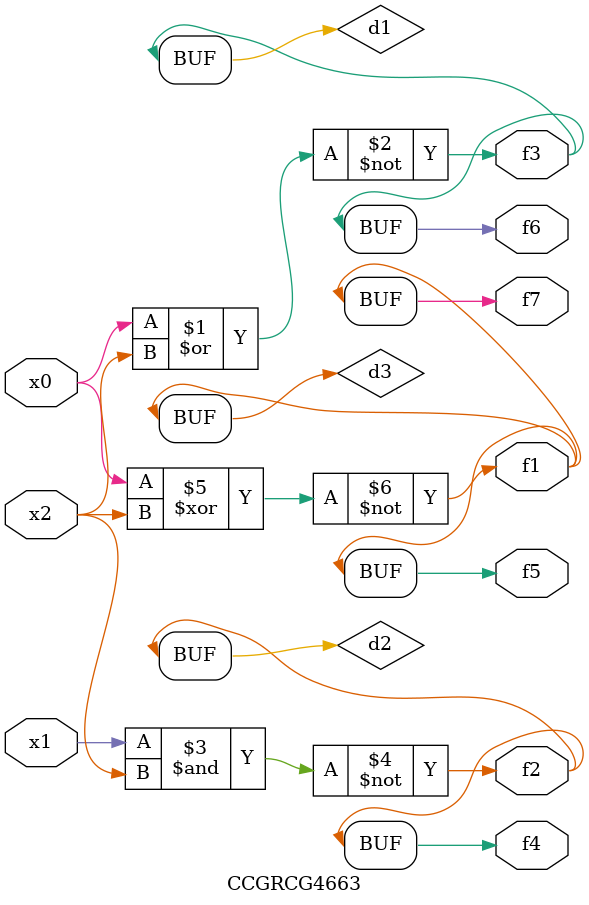
<source format=v>
module CCGRCG4663(
	input x0, x1, x2,
	output f1, f2, f3, f4, f5, f6, f7
);

	wire d1, d2, d3;

	nor (d1, x0, x2);
	nand (d2, x1, x2);
	xnor (d3, x0, x2);
	assign f1 = d3;
	assign f2 = d2;
	assign f3 = d1;
	assign f4 = d2;
	assign f5 = d3;
	assign f6 = d1;
	assign f7 = d3;
endmodule

</source>
